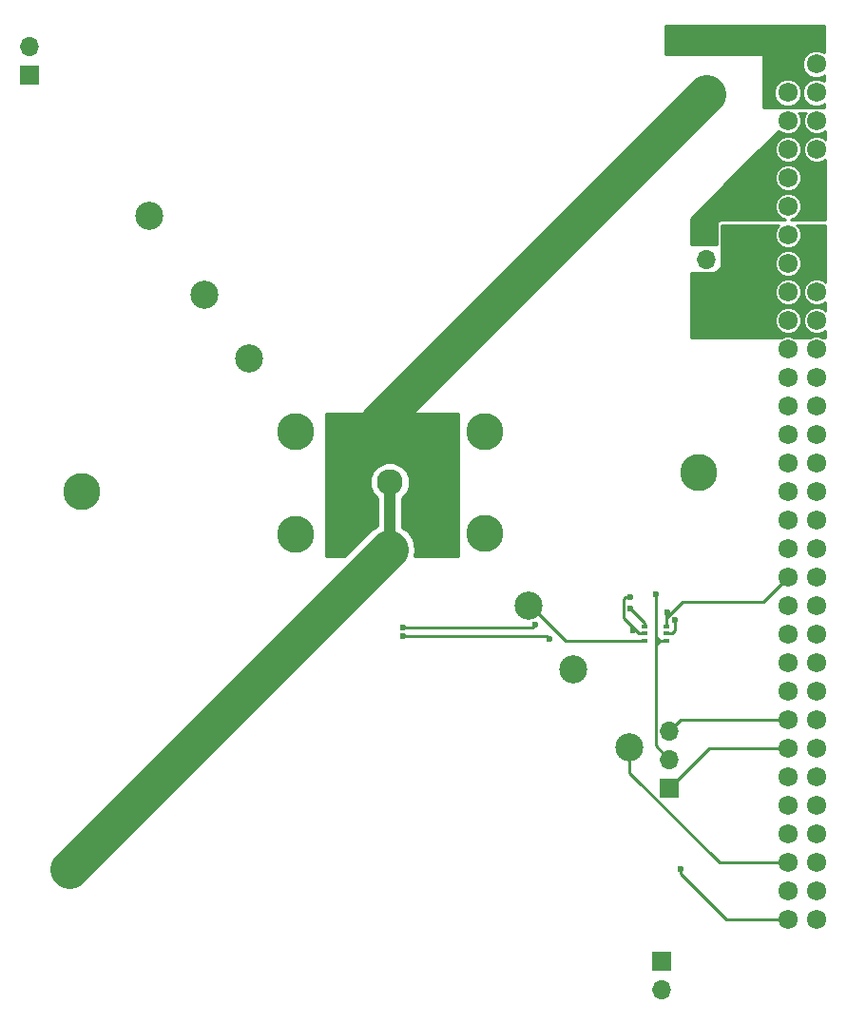
<source format=gbr>
G04 #@! TF.FileFunction,Copper,L1,Top,Signal*
%FSLAX46Y46*%
G04 Gerber Fmt 4.6, Leading zero omitted, Abs format (unit mm)*
G04 Created by KiCad (PCBNEW 4.0.7-e2-6376~58~ubuntu16.04.1) date Sun Jun  3 17:29:45 2018*
%MOMM*%
%LPD*%
G01*
G04 APERTURE LIST*
%ADD10C,0.100000*%
%ADD11C,1.720000*%
%ADD12C,2.400000*%
%ADD13C,2.300000*%
%ADD14C,2.000000*%
%ADD15R,1.700000X1.700000*%
%ADD16O,1.700000X1.700000*%
%ADD17R,0.600000X0.420000*%
%ADD18C,2.500000*%
%ADD19C,3.300000*%
%ADD20C,0.600000*%
%ADD21C,1.000000*%
%ADD22C,3.500000*%
%ADD23C,0.250000*%
%ADD24C,0.254000*%
G04 APERTURE END LIST*
D10*
D11*
X160260000Y-51500000D03*
X160260000Y-54040000D03*
X160260000Y-56580000D03*
X160260000Y-59120000D03*
X160260000Y-61660000D03*
X160260000Y-64200000D03*
X160260000Y-66740000D03*
X160260000Y-69280000D03*
X160260000Y-71820000D03*
X160260000Y-74360000D03*
X160260000Y-76900000D03*
X160260000Y-79440000D03*
X160260000Y-81980000D03*
X160260000Y-84520000D03*
X160260000Y-87060000D03*
X160260000Y-89600000D03*
X160260000Y-92140000D03*
X160260000Y-94680000D03*
X160260000Y-97220000D03*
X160260000Y-99760000D03*
X160260000Y-102300000D03*
X160260000Y-104840000D03*
X160260000Y-107380000D03*
X160260000Y-109920000D03*
X160260000Y-112460000D03*
X160260000Y-115000000D03*
X160260000Y-117540000D03*
X160260000Y-120080000D03*
X160260000Y-122620000D03*
X160260000Y-125160000D03*
X160260000Y-127700000D03*
X160260000Y-130240000D03*
X162800000Y-51500000D03*
X162800000Y-54040000D03*
X162800000Y-56580000D03*
X162800000Y-59120000D03*
X162800000Y-61660000D03*
X162800000Y-64200000D03*
X162800000Y-66740000D03*
X162800000Y-69280000D03*
X162800000Y-71820000D03*
X162800000Y-74360000D03*
X162800000Y-76900000D03*
X162800000Y-79440000D03*
X162800000Y-81980000D03*
X162800000Y-84520000D03*
X162800000Y-87060000D03*
X162800000Y-89600000D03*
X162800000Y-92140000D03*
X162800000Y-94680000D03*
X162800000Y-97220000D03*
X162800000Y-99760000D03*
X162800000Y-102300000D03*
X162800000Y-104840000D03*
X162800000Y-107380000D03*
X162800000Y-109920000D03*
X162800000Y-112460000D03*
X162800000Y-115000000D03*
X162800000Y-117540000D03*
X162800000Y-120080000D03*
X162800000Y-122620000D03*
X162800000Y-125160000D03*
X162800000Y-127700000D03*
X162800000Y-130240000D03*
D12*
X122285000Y-88750000D03*
X127365000Y-88750000D03*
X127365000Y-93830000D03*
D13*
X124825000Y-91290000D03*
D12*
X122285000Y-93830000D03*
D14*
X153000000Y-56750000D03*
X96250000Y-125750000D03*
D15*
X153000000Y-74000000D03*
D16*
X153000000Y-71460000D03*
X153000000Y-68920000D03*
D15*
X149750000Y-118540000D03*
D16*
X149750000Y-116000000D03*
X149750000Y-113460000D03*
D17*
X147550000Y-104100000D03*
X147550000Y-104750000D03*
X147550000Y-105400000D03*
X149450000Y-104100000D03*
X149450000Y-104750000D03*
X149450000Y-105400000D03*
D18*
X108307315Y-74549231D03*
X103403237Y-67545481D03*
X112293672Y-80242338D03*
X141173391Y-107933676D03*
X146138401Y-114894364D03*
X137137505Y-102275574D03*
D15*
X149000000Y-133960000D03*
D16*
X149000000Y-136500000D03*
D15*
X92750000Y-55000000D03*
D16*
X92750000Y-52460000D03*
D19*
X116400000Y-86800000D03*
X116400000Y-95900000D03*
X133300000Y-86800000D03*
X133300000Y-95800000D03*
X97400000Y-92100000D03*
X152300000Y-90400000D03*
D20*
X150750000Y-125750000D03*
X146500000Y-104500000D03*
X146250000Y-101500000D03*
X139000000Y-105250000D03*
X126000000Y-105002403D03*
X150250000Y-103500000D03*
X148500000Y-101250000D03*
X137750000Y-104000000D03*
X126000000Y-104250000D03*
X146250000Y-102500000D03*
X149500000Y-102875000D03*
X149500000Y-52270892D03*
X150504219Y-51154109D03*
X153000000Y-51250000D03*
X154000000Y-51500000D03*
X155500000Y-52750000D03*
X155500000Y-51500000D03*
X154750000Y-52250000D03*
X153500000Y-52250000D03*
X151377305Y-52270892D03*
D21*
X124723942Y-97276058D02*
X124825000Y-97175000D01*
X124825000Y-97175000D02*
X124825000Y-91290000D01*
D22*
X124723942Y-97276058D02*
X96250000Y-125750000D01*
X153000000Y-56750000D02*
X124000000Y-85750000D01*
D23*
X150750000Y-125750000D02*
X150750000Y-126174264D01*
X150750000Y-126174264D02*
X154815736Y-130240000D01*
X154815736Y-130240000D02*
X159043777Y-130240000D01*
X159043777Y-130240000D02*
X160260000Y-130240000D01*
X146500000Y-104250000D02*
X147000000Y-104750000D01*
X145624999Y-103374999D02*
X146500000Y-104250000D01*
X146500000Y-104250000D02*
X146500000Y-104500000D01*
X146250000Y-101500000D02*
X145825736Y-101500000D01*
X145825736Y-101500000D02*
X145624999Y-101700737D01*
X145624999Y-101700737D02*
X145624999Y-103374999D01*
X147000000Y-104750000D02*
X147550000Y-104750000D01*
X146138401Y-114894364D02*
X146138401Y-117127723D01*
X146138401Y-117127723D02*
X154170678Y-125160000D01*
X154170678Y-125160000D02*
X156404037Y-125160000D01*
X160260000Y-125160000D02*
X156404037Y-125160000D01*
X126000000Y-105002403D02*
X138752403Y-105002403D01*
X138752403Y-105002403D02*
X139000000Y-105250000D01*
X150250000Y-103500000D02*
X150250000Y-104500000D01*
X150250000Y-104500000D02*
X150000000Y-104750000D01*
X150000000Y-104750000D02*
X149450000Y-104750000D01*
X148500000Y-105750000D02*
X148500000Y-114750000D01*
X148500000Y-114750000D02*
X149750000Y-116000000D01*
X148500000Y-105500000D02*
X148500000Y-105750000D01*
X148900000Y-105400000D02*
X148850000Y-105400000D01*
X148850000Y-105400000D02*
X148500000Y-105750000D01*
X148500000Y-105000000D02*
X148500000Y-105500000D01*
X148900000Y-105400000D02*
X148600000Y-105400000D01*
X148600000Y-105400000D02*
X148500000Y-105500000D01*
X148500000Y-101250000D02*
X148500000Y-105000000D01*
X148500000Y-105000000D02*
X148900000Y-105400000D01*
X148900000Y-105400000D02*
X149450000Y-105400000D01*
X136498732Y-101380047D02*
X140518685Y-105400000D01*
X140518685Y-105400000D02*
X147550000Y-105400000D01*
X126000000Y-104250000D02*
X137500000Y-104250000D01*
X137500000Y-104250000D02*
X137750000Y-104000000D01*
X147550000Y-104100000D02*
X147550000Y-103800000D01*
X147550000Y-103800000D02*
X146250000Y-102500000D01*
X160260000Y-99760000D02*
X158120000Y-101900000D01*
X158120000Y-101900000D02*
X150924998Y-101900000D01*
X150924998Y-101900000D02*
X149450000Y-103374998D01*
X149450000Y-103374998D02*
X149450000Y-102925000D01*
X149450000Y-102925000D02*
X149500000Y-102875000D01*
X149450000Y-104100000D02*
X149450000Y-103374998D01*
X160260000Y-112460000D02*
X150750000Y-112460000D01*
X150750000Y-112460000D02*
X149750000Y-113460000D01*
X160260000Y-115000000D02*
X153290000Y-115000000D01*
X153290000Y-115000000D02*
X149750000Y-118540000D01*
X154000000Y-51500000D02*
X153250000Y-51500000D01*
X153250000Y-51500000D02*
X153000000Y-51250000D01*
X155500000Y-51500000D02*
X155500000Y-52750000D01*
X153500000Y-52250000D02*
X154750000Y-52250000D01*
D24*
G36*
X130873000Y-97873000D02*
X126982203Y-97873000D01*
X127100942Y-97276058D01*
X126920004Y-96366420D01*
X126404735Y-95595265D01*
X125952000Y-95292757D01*
X125952000Y-92675831D01*
X126330588Y-92297904D01*
X126601690Y-91645018D01*
X126602307Y-90938084D01*
X126332345Y-90284726D01*
X125832904Y-89784412D01*
X125180018Y-89513310D01*
X124473084Y-89512693D01*
X123819726Y-89782655D01*
X123319412Y-90282096D01*
X123048310Y-90934982D01*
X123047693Y-91641916D01*
X123317655Y-92295274D01*
X123698000Y-92676284D01*
X123698000Y-95157708D01*
X123043149Y-95595265D01*
X120765414Y-97873000D01*
X119127000Y-97873000D01*
X119127000Y-85127000D01*
X130873000Y-85127000D01*
X130873000Y-97873000D01*
X130873000Y-97873000D01*
G37*
X130873000Y-97873000D02*
X126982203Y-97873000D01*
X127100942Y-97276058D01*
X126920004Y-96366420D01*
X126404735Y-95595265D01*
X125952000Y-95292757D01*
X125952000Y-92675831D01*
X126330588Y-92297904D01*
X126601690Y-91645018D01*
X126602307Y-90938084D01*
X126332345Y-90284726D01*
X125832904Y-89784412D01*
X125180018Y-89513310D01*
X124473084Y-89512693D01*
X123819726Y-89782655D01*
X123319412Y-90282096D01*
X123048310Y-90934982D01*
X123047693Y-91641916D01*
X123317655Y-92295274D01*
X123698000Y-92676284D01*
X123698000Y-95157708D01*
X123043149Y-95595265D01*
X120765414Y-97873000D01*
X119127000Y-97873000D01*
X119127000Y-85127000D01*
X130873000Y-85127000D01*
X130873000Y-97873000D01*
G36*
X163544000Y-53028727D02*
X163503888Y-52988545D01*
X163047933Y-52799216D01*
X162554233Y-52798785D01*
X162097948Y-52987318D01*
X161748545Y-53336112D01*
X161559216Y-53792067D01*
X161558785Y-54285767D01*
X161747318Y-54742052D01*
X162096112Y-55091455D01*
X162552067Y-55280784D01*
X163045767Y-55281215D01*
X163502052Y-55092682D01*
X163544000Y-55050807D01*
X163544000Y-55568727D01*
X163503888Y-55528545D01*
X163047933Y-55339216D01*
X162554233Y-55338785D01*
X162097948Y-55527318D01*
X161748545Y-55876112D01*
X161559216Y-56332067D01*
X161558785Y-56825767D01*
X161747318Y-57282052D01*
X162096112Y-57631455D01*
X162552067Y-57820784D01*
X163045767Y-57821215D01*
X163502052Y-57632682D01*
X163544000Y-57590807D01*
X163544000Y-57873000D01*
X158127000Y-57873000D01*
X158127000Y-56825767D01*
X159018785Y-56825767D01*
X159207318Y-57282052D01*
X159556112Y-57631455D01*
X160012067Y-57820784D01*
X160505767Y-57821215D01*
X160962052Y-57632682D01*
X161311455Y-57283888D01*
X161500784Y-56827933D01*
X161501215Y-56334233D01*
X161312682Y-55877948D01*
X160963888Y-55528545D01*
X160507933Y-55339216D01*
X160014233Y-55338785D01*
X159557948Y-55527318D01*
X159208545Y-55876112D01*
X159019216Y-56332067D01*
X159018785Y-56825767D01*
X158127000Y-56825767D01*
X158127000Y-53250000D01*
X158116994Y-53200590D01*
X158088553Y-53158965D01*
X158046159Y-53131685D01*
X158000000Y-53123000D01*
X149377000Y-53123000D01*
X149377000Y-50627000D01*
X163544000Y-50627000D01*
X163544000Y-53028727D01*
X163544000Y-53028727D01*
G37*
X163544000Y-53028727D02*
X163503888Y-52988545D01*
X163047933Y-52799216D01*
X162554233Y-52798785D01*
X162097948Y-52987318D01*
X161748545Y-53336112D01*
X161559216Y-53792067D01*
X161558785Y-54285767D01*
X161747318Y-54742052D01*
X162096112Y-55091455D01*
X162552067Y-55280784D01*
X163045767Y-55281215D01*
X163502052Y-55092682D01*
X163544000Y-55050807D01*
X163544000Y-55568727D01*
X163503888Y-55528545D01*
X163047933Y-55339216D01*
X162554233Y-55338785D01*
X162097948Y-55527318D01*
X161748545Y-55876112D01*
X161559216Y-56332067D01*
X161558785Y-56825767D01*
X161747318Y-57282052D01*
X162096112Y-57631455D01*
X162552067Y-57820784D01*
X163045767Y-57821215D01*
X163502052Y-57632682D01*
X163544000Y-57590807D01*
X163544000Y-57873000D01*
X158127000Y-57873000D01*
X158127000Y-56825767D01*
X159018785Y-56825767D01*
X159207318Y-57282052D01*
X159556112Y-57631455D01*
X160012067Y-57820784D01*
X160505767Y-57821215D01*
X160962052Y-57632682D01*
X161311455Y-57283888D01*
X161500784Y-56827933D01*
X161501215Y-56334233D01*
X161312682Y-55877948D01*
X160963888Y-55528545D01*
X160507933Y-55339216D01*
X160014233Y-55338785D01*
X159557948Y-55527318D01*
X159208545Y-55876112D01*
X159019216Y-56332067D01*
X159018785Y-56825767D01*
X158127000Y-56825767D01*
X158127000Y-53250000D01*
X158116994Y-53200590D01*
X158088553Y-53158965D01*
X158046159Y-53131685D01*
X158000000Y-53123000D01*
X149377000Y-53123000D01*
X149377000Y-50627000D01*
X163544000Y-50627000D01*
X163544000Y-53028727D01*
G36*
X159254297Y-68606740D02*
X159073206Y-69042855D01*
X159072794Y-69515073D01*
X159253123Y-69951503D01*
X159586740Y-70285703D01*
X160022855Y-70466794D01*
X160495073Y-70467206D01*
X160931503Y-70286877D01*
X161265703Y-69953260D01*
X161446794Y-69517145D01*
X161447206Y-69044927D01*
X161266877Y-68608497D01*
X161035784Y-68377000D01*
X163598000Y-68377000D01*
X163598000Y-73479255D01*
X163473260Y-73354297D01*
X163037145Y-73173206D01*
X162564927Y-73172794D01*
X162128497Y-73353123D01*
X161794297Y-73686740D01*
X161613206Y-74122855D01*
X161612794Y-74595073D01*
X161793123Y-75031503D01*
X162126740Y-75365703D01*
X162562855Y-75546794D01*
X163035073Y-75547206D01*
X163471503Y-75366877D01*
X163598000Y-75240601D01*
X163598000Y-76019255D01*
X163473260Y-75894297D01*
X163037145Y-75713206D01*
X162564927Y-75712794D01*
X162128497Y-75893123D01*
X161794297Y-76226740D01*
X161613206Y-76662855D01*
X161612794Y-77135073D01*
X161793123Y-77571503D01*
X162126740Y-77905703D01*
X162562855Y-78086794D01*
X163035073Y-78087206D01*
X163471503Y-77906877D01*
X163598000Y-77780601D01*
X163598000Y-78373000D01*
X163325641Y-78373000D01*
X163037145Y-78253206D01*
X162564927Y-78252794D01*
X162274006Y-78373000D01*
X160785641Y-78373000D01*
X160497145Y-78253206D01*
X160024927Y-78252794D01*
X159734006Y-78373000D01*
X151618406Y-78373000D01*
X151618406Y-77135073D01*
X159072794Y-77135073D01*
X159253123Y-77571503D01*
X159586740Y-77905703D01*
X160022855Y-78086794D01*
X160495073Y-78087206D01*
X160931503Y-77906877D01*
X161265703Y-77573260D01*
X161446794Y-77137145D01*
X161447206Y-76664927D01*
X161266877Y-76228497D01*
X160933260Y-75894297D01*
X160497145Y-75713206D01*
X160024927Y-75712794D01*
X159588497Y-75893123D01*
X159254297Y-76226740D01*
X159073206Y-76662855D01*
X159072794Y-77135073D01*
X151618406Y-77135073D01*
X151618406Y-74595073D01*
X159072794Y-74595073D01*
X159253123Y-75031503D01*
X159586740Y-75365703D01*
X160022855Y-75546794D01*
X160495073Y-75547206D01*
X160931503Y-75366877D01*
X161265703Y-75033260D01*
X161446794Y-74597145D01*
X161447206Y-74124927D01*
X161266877Y-73688497D01*
X160933260Y-73354297D01*
X160497145Y-73173206D01*
X160024927Y-73172794D01*
X159588497Y-73353123D01*
X159254297Y-73686740D01*
X159073206Y-74122855D01*
X159072794Y-74595073D01*
X151618406Y-74595073D01*
X151618406Y-72627000D01*
X152926668Y-72627000D01*
X152976941Y-72637000D01*
X153023059Y-72637000D01*
X153073332Y-72627000D01*
X153741406Y-72627000D01*
X153790816Y-72616994D01*
X153831209Y-72589803D01*
X154331209Y-72089803D01*
X154354241Y-72055073D01*
X159072794Y-72055073D01*
X159253123Y-72491503D01*
X159586740Y-72825703D01*
X160022855Y-73006794D01*
X160495073Y-73007206D01*
X160931503Y-72826877D01*
X161265703Y-72493260D01*
X161446794Y-72057145D01*
X161447206Y-71584927D01*
X161266877Y-71148497D01*
X160933260Y-70814297D01*
X160497145Y-70633206D01*
X160024927Y-70632794D01*
X159588497Y-70813123D01*
X159254297Y-71146740D01*
X159073206Y-71582855D01*
X159072794Y-72055073D01*
X154354241Y-72055073D01*
X154359072Y-72047789D01*
X154368406Y-72000291D01*
X154376710Y-68377000D01*
X159484438Y-68377000D01*
X159254297Y-68606740D01*
X159254297Y-68606740D01*
G37*
X159254297Y-68606740D02*
X159073206Y-69042855D01*
X159072794Y-69515073D01*
X159253123Y-69951503D01*
X159586740Y-70285703D01*
X160022855Y-70466794D01*
X160495073Y-70467206D01*
X160931503Y-70286877D01*
X161265703Y-69953260D01*
X161446794Y-69517145D01*
X161447206Y-69044927D01*
X161266877Y-68608497D01*
X161035784Y-68377000D01*
X163598000Y-68377000D01*
X163598000Y-73479255D01*
X163473260Y-73354297D01*
X163037145Y-73173206D01*
X162564927Y-73172794D01*
X162128497Y-73353123D01*
X161794297Y-73686740D01*
X161613206Y-74122855D01*
X161612794Y-74595073D01*
X161793123Y-75031503D01*
X162126740Y-75365703D01*
X162562855Y-75546794D01*
X163035073Y-75547206D01*
X163471503Y-75366877D01*
X163598000Y-75240601D01*
X163598000Y-76019255D01*
X163473260Y-75894297D01*
X163037145Y-75713206D01*
X162564927Y-75712794D01*
X162128497Y-75893123D01*
X161794297Y-76226740D01*
X161613206Y-76662855D01*
X161612794Y-77135073D01*
X161793123Y-77571503D01*
X162126740Y-77905703D01*
X162562855Y-78086794D01*
X163035073Y-78087206D01*
X163471503Y-77906877D01*
X163598000Y-77780601D01*
X163598000Y-78373000D01*
X163325641Y-78373000D01*
X163037145Y-78253206D01*
X162564927Y-78252794D01*
X162274006Y-78373000D01*
X160785641Y-78373000D01*
X160497145Y-78253206D01*
X160024927Y-78252794D01*
X159734006Y-78373000D01*
X151618406Y-78373000D01*
X151618406Y-77135073D01*
X159072794Y-77135073D01*
X159253123Y-77571503D01*
X159586740Y-77905703D01*
X160022855Y-78086794D01*
X160495073Y-78087206D01*
X160931503Y-77906877D01*
X161265703Y-77573260D01*
X161446794Y-77137145D01*
X161447206Y-76664927D01*
X161266877Y-76228497D01*
X160933260Y-75894297D01*
X160497145Y-75713206D01*
X160024927Y-75712794D01*
X159588497Y-75893123D01*
X159254297Y-76226740D01*
X159073206Y-76662855D01*
X159072794Y-77135073D01*
X151618406Y-77135073D01*
X151618406Y-74595073D01*
X159072794Y-74595073D01*
X159253123Y-75031503D01*
X159586740Y-75365703D01*
X160022855Y-75546794D01*
X160495073Y-75547206D01*
X160931503Y-75366877D01*
X161265703Y-75033260D01*
X161446794Y-74597145D01*
X161447206Y-74124927D01*
X161266877Y-73688497D01*
X160933260Y-73354297D01*
X160497145Y-73173206D01*
X160024927Y-73172794D01*
X159588497Y-73353123D01*
X159254297Y-73686740D01*
X159073206Y-74122855D01*
X159072794Y-74595073D01*
X151618406Y-74595073D01*
X151618406Y-72627000D01*
X152926668Y-72627000D01*
X152976941Y-72637000D01*
X153023059Y-72637000D01*
X153073332Y-72627000D01*
X153741406Y-72627000D01*
X153790816Y-72616994D01*
X153831209Y-72589803D01*
X154331209Y-72089803D01*
X154354241Y-72055073D01*
X159072794Y-72055073D01*
X159253123Y-72491503D01*
X159586740Y-72825703D01*
X160022855Y-73006794D01*
X160495073Y-73007206D01*
X160931503Y-72826877D01*
X161265703Y-72493260D01*
X161446794Y-72057145D01*
X161447206Y-71584927D01*
X161266877Y-71148497D01*
X160933260Y-70814297D01*
X160497145Y-70633206D01*
X160024927Y-70632794D01*
X159588497Y-70813123D01*
X159254297Y-71146740D01*
X159073206Y-71582855D01*
X159072794Y-72055073D01*
X154354241Y-72055073D01*
X154359072Y-72047789D01*
X154368406Y-72000291D01*
X154376710Y-68377000D01*
X159484438Y-68377000D01*
X159254297Y-68606740D01*
G36*
X161794297Y-58446740D02*
X161613206Y-58882855D01*
X161612794Y-59355073D01*
X161793123Y-59791503D01*
X162126740Y-60125703D01*
X162562855Y-60306794D01*
X163035073Y-60307206D01*
X163471503Y-60126877D01*
X163598000Y-60000601D01*
X163598000Y-60779255D01*
X163473260Y-60654297D01*
X163037145Y-60473206D01*
X162564927Y-60472794D01*
X162128497Y-60653123D01*
X161794297Y-60986740D01*
X161613206Y-61422855D01*
X161612794Y-61895073D01*
X161793123Y-62331503D01*
X162126740Y-62665703D01*
X162562855Y-62846794D01*
X163035073Y-62847206D01*
X163471503Y-62666877D01*
X163598000Y-62540601D01*
X163598000Y-67923000D01*
X160505252Y-67923000D01*
X160931503Y-67746877D01*
X161265703Y-67413260D01*
X161446794Y-66977145D01*
X161447206Y-66504927D01*
X161266877Y-66068497D01*
X160933260Y-65734297D01*
X160497145Y-65553206D01*
X160024927Y-65552794D01*
X159588497Y-65733123D01*
X159254297Y-66066740D01*
X159073206Y-66502855D01*
X159072794Y-66975073D01*
X159253123Y-67411503D01*
X159586740Y-67745703D01*
X160013718Y-67923000D01*
X154250000Y-67923000D01*
X154131848Y-67945092D01*
X154022530Y-68015082D01*
X153949055Y-68122089D01*
X153923001Y-68249251D01*
X153918707Y-70123000D01*
X151627000Y-70123000D01*
X151627000Y-67802606D01*
X154994533Y-64435073D01*
X159072794Y-64435073D01*
X159253123Y-64871503D01*
X159586740Y-65205703D01*
X160022855Y-65386794D01*
X160495073Y-65387206D01*
X160931503Y-65206877D01*
X161265703Y-64873260D01*
X161446794Y-64437145D01*
X161447206Y-63964927D01*
X161266877Y-63528497D01*
X160933260Y-63194297D01*
X160497145Y-63013206D01*
X160024927Y-63012794D01*
X159588497Y-63193123D01*
X159254297Y-63526740D01*
X159073206Y-63962855D01*
X159072794Y-64435073D01*
X154994533Y-64435073D01*
X157534533Y-61895073D01*
X159072794Y-61895073D01*
X159253123Y-62331503D01*
X159586740Y-62665703D01*
X160022855Y-62846794D01*
X160495073Y-62847206D01*
X160931503Y-62666877D01*
X161265703Y-62333260D01*
X161446794Y-61897145D01*
X161447206Y-61424927D01*
X161266877Y-60988497D01*
X160933260Y-60654297D01*
X160497145Y-60473206D01*
X160024927Y-60472794D01*
X159588497Y-60653123D01*
X159254297Y-60986740D01*
X159073206Y-61422855D01*
X159072794Y-61895073D01*
X157534533Y-61895073D01*
X159445445Y-59984161D01*
X159586740Y-60125703D01*
X160022855Y-60306794D01*
X160495073Y-60307206D01*
X160931503Y-60126877D01*
X161265703Y-59793260D01*
X161446794Y-59357145D01*
X161447206Y-58884927D01*
X161266877Y-58448497D01*
X161195505Y-58377000D01*
X161864159Y-58377000D01*
X161794297Y-58446740D01*
X161794297Y-58446740D01*
G37*
X161794297Y-58446740D02*
X161613206Y-58882855D01*
X161612794Y-59355073D01*
X161793123Y-59791503D01*
X162126740Y-60125703D01*
X162562855Y-60306794D01*
X163035073Y-60307206D01*
X163471503Y-60126877D01*
X163598000Y-60000601D01*
X163598000Y-60779255D01*
X163473260Y-60654297D01*
X163037145Y-60473206D01*
X162564927Y-60472794D01*
X162128497Y-60653123D01*
X161794297Y-60986740D01*
X161613206Y-61422855D01*
X161612794Y-61895073D01*
X161793123Y-62331503D01*
X162126740Y-62665703D01*
X162562855Y-62846794D01*
X163035073Y-62847206D01*
X163471503Y-62666877D01*
X163598000Y-62540601D01*
X163598000Y-67923000D01*
X160505252Y-67923000D01*
X160931503Y-67746877D01*
X161265703Y-67413260D01*
X161446794Y-66977145D01*
X161447206Y-66504927D01*
X161266877Y-66068497D01*
X160933260Y-65734297D01*
X160497145Y-65553206D01*
X160024927Y-65552794D01*
X159588497Y-65733123D01*
X159254297Y-66066740D01*
X159073206Y-66502855D01*
X159072794Y-66975073D01*
X159253123Y-67411503D01*
X159586740Y-67745703D01*
X160013718Y-67923000D01*
X154250000Y-67923000D01*
X154131848Y-67945092D01*
X154022530Y-68015082D01*
X153949055Y-68122089D01*
X153923001Y-68249251D01*
X153918707Y-70123000D01*
X151627000Y-70123000D01*
X151627000Y-67802606D01*
X154994533Y-64435073D01*
X159072794Y-64435073D01*
X159253123Y-64871503D01*
X159586740Y-65205703D01*
X160022855Y-65386794D01*
X160495073Y-65387206D01*
X160931503Y-65206877D01*
X161265703Y-64873260D01*
X161446794Y-64437145D01*
X161447206Y-63964927D01*
X161266877Y-63528497D01*
X160933260Y-63194297D01*
X160497145Y-63013206D01*
X160024927Y-63012794D01*
X159588497Y-63193123D01*
X159254297Y-63526740D01*
X159073206Y-63962855D01*
X159072794Y-64435073D01*
X154994533Y-64435073D01*
X157534533Y-61895073D01*
X159072794Y-61895073D01*
X159253123Y-62331503D01*
X159586740Y-62665703D01*
X160022855Y-62846794D01*
X160495073Y-62847206D01*
X160931503Y-62666877D01*
X161265703Y-62333260D01*
X161446794Y-61897145D01*
X161447206Y-61424927D01*
X161266877Y-60988497D01*
X160933260Y-60654297D01*
X160497145Y-60473206D01*
X160024927Y-60472794D01*
X159588497Y-60653123D01*
X159254297Y-60986740D01*
X159073206Y-61422855D01*
X159072794Y-61895073D01*
X157534533Y-61895073D01*
X159445445Y-59984161D01*
X159586740Y-60125703D01*
X160022855Y-60306794D01*
X160495073Y-60307206D01*
X160931503Y-60126877D01*
X161265703Y-59793260D01*
X161446794Y-59357145D01*
X161447206Y-58884927D01*
X161266877Y-58448497D01*
X161195505Y-58377000D01*
X161864159Y-58377000D01*
X161794297Y-58446740D01*
M02*

</source>
